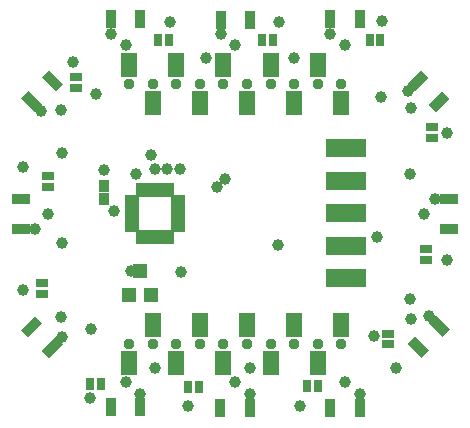
<source format=gbs>
G04 #@! TF.FileFunction,Soldermask,Bot*
%FSLAX46Y46*%
G04 Gerber Fmt 4.6, Leading zero omitted, Abs format (unit mm)*
G04 Created by KiCad (PCBNEW 4.0.7-e2-6376~58~ubuntu16.04.1) date Thu Aug  2 19:25:17 2018*
%MOMM*%
%LPD*%
G01*
G04 APERTURE LIST*
%ADD10C,0.100000*%
%ADD11R,1.400000X2.000000*%
%ADD12C,0.950000*%
%ADD13R,0.900000X1.650000*%
%ADD14R,1.250000X0.700000*%
%ADD15R,0.700000X1.250000*%
%ADD16R,1.650000X0.900000*%
%ADD17R,1.200000X1.300000*%
%ADD18R,0.900000X1.000000*%
%ADD19R,0.800000X1.000000*%
%ADD20R,1.000000X0.800000*%
%ADD21R,3.400000X1.650000*%
%ADD22C,1.000000*%
G04 APERTURE END LIST*
D10*
D11*
X148000000Y-87600000D03*
X146000000Y-84400000D03*
X144000000Y-87600000D03*
X142000000Y-84400000D03*
X140000000Y-87600000D03*
X138000000Y-84400000D03*
X136000000Y-87600000D03*
X134000000Y-84400000D03*
X132000000Y-87600000D03*
X130000000Y-84400000D03*
D12*
X148000000Y-86000000D03*
X146000000Y-86000000D03*
X144000000Y-86000000D03*
X142000000Y-86000000D03*
X140000000Y-86000000D03*
X138000000Y-86000000D03*
X136000000Y-86000000D03*
X134000000Y-86000000D03*
X132000000Y-86000000D03*
X130000000Y-86000000D03*
D13*
X130980000Y-80540000D03*
X128480000Y-80540000D03*
X140260000Y-80570000D03*
X137760000Y-80570000D03*
X149530000Y-80550000D03*
X147030000Y-80550000D03*
X147040000Y-113450000D03*
X149540000Y-113450000D03*
X128470000Y-113390000D03*
X130970000Y-113390000D03*
D14*
X134160000Y-95730000D03*
X134160000Y-96230000D03*
X134160000Y-96730000D03*
X134160000Y-97230000D03*
X134160000Y-97730000D03*
X134160000Y-98230000D03*
D15*
X133460000Y-98930000D03*
X132960000Y-98930000D03*
X132460000Y-98930000D03*
X131960000Y-98930000D03*
X131460000Y-98930000D03*
X130960000Y-98930000D03*
D14*
X130260000Y-98230000D03*
X130260000Y-97730000D03*
X130260000Y-97230000D03*
X130260000Y-96730000D03*
X130260000Y-96230000D03*
X130260000Y-95730000D03*
D15*
X130960000Y-95030000D03*
X131460000Y-95030000D03*
X131960000Y-95030000D03*
X132460000Y-95030000D03*
X132960000Y-95030000D03*
X133460000Y-95030000D03*
D10*
G36*
X157155444Y-87248718D02*
X155988718Y-88415444D01*
X155352322Y-87779048D01*
X156519048Y-86612322D01*
X157155444Y-87248718D01*
X157155444Y-87248718D01*
G37*
G36*
X155387678Y-85480952D02*
X154220952Y-86647678D01*
X153584556Y-86011282D01*
X154751282Y-84844556D01*
X155387678Y-85480952D01*
X155387678Y-85480952D01*
G37*
D16*
X157120000Y-98250000D03*
X157120000Y-95750000D03*
X120860000Y-95760000D03*
X120860000Y-98260000D03*
D13*
X137750000Y-113450000D03*
X140250000Y-113450000D03*
D10*
G36*
X120844556Y-106811282D02*
X122011282Y-105644556D01*
X122647678Y-106280952D01*
X121480952Y-107447678D01*
X120844556Y-106811282D01*
X120844556Y-106811282D01*
G37*
G36*
X122612322Y-108579048D02*
X123779048Y-107412322D01*
X124415444Y-108048718D01*
X123248718Y-109215444D01*
X122612322Y-108579048D01*
X122612322Y-108579048D01*
G37*
G36*
X154771282Y-109185444D02*
X153604556Y-108018718D01*
X154240952Y-107382322D01*
X155407678Y-108549048D01*
X154771282Y-109185444D01*
X154771282Y-109185444D01*
G37*
G36*
X156539048Y-107417678D02*
X155372322Y-106250952D01*
X156008718Y-105614556D01*
X157175444Y-106781282D01*
X156539048Y-107417678D01*
X156539048Y-107417678D01*
G37*
G36*
X123268718Y-84834556D02*
X124435444Y-86001282D01*
X123799048Y-86637678D01*
X122632322Y-85470952D01*
X123268718Y-84834556D01*
X123268718Y-84834556D01*
G37*
G36*
X121500952Y-86602322D02*
X122667678Y-87769048D01*
X122031282Y-88405444D01*
X120864556Y-87238718D01*
X121500952Y-86602322D01*
X121500952Y-86602322D01*
G37*
D17*
X131890000Y-103860000D03*
X129990000Y-103860000D03*
X130940000Y-101860000D03*
D18*
X127880000Y-94620000D03*
X127880000Y-95720000D03*
D19*
X133370000Y-82290000D03*
X132470000Y-82290000D03*
X142175000Y-82275000D03*
X141275000Y-82275000D03*
X151275000Y-82325000D03*
X150375000Y-82325000D03*
D20*
X155625000Y-90550000D03*
X155625000Y-89650000D03*
X155125000Y-100875000D03*
X155125000Y-99975000D03*
X151975000Y-108050000D03*
X151975000Y-107150000D03*
D19*
X145075000Y-111575000D03*
X145975000Y-111575000D03*
X135000000Y-111675000D03*
X135900000Y-111675000D03*
X126725000Y-111425000D03*
X127625000Y-111425000D03*
D20*
X122625000Y-102900000D03*
X122625000Y-103800000D03*
X123150000Y-93800000D03*
X123150000Y-94700000D03*
X125550000Y-85450000D03*
X125550000Y-86350000D03*
D11*
X148000000Y-106400000D03*
X146000000Y-109600000D03*
X144000000Y-106400000D03*
X142000000Y-109600000D03*
X140000000Y-106400000D03*
X138000000Y-109600000D03*
X136000000Y-106400000D03*
X134000000Y-109600000D03*
X132000000Y-106400000D03*
X130000000Y-109600000D03*
D12*
X148000000Y-108000000D03*
X146000000Y-108000000D03*
X144000000Y-108000000D03*
X142000000Y-108000000D03*
X140000000Y-108000000D03*
X138000000Y-108000000D03*
X136000000Y-108000000D03*
X134000000Y-108000000D03*
X132000000Y-108000000D03*
X130000000Y-108000000D03*
D21*
X148400000Y-102475000D03*
X148400000Y-99725000D03*
X148400000Y-96975000D03*
X148400000Y-94225000D03*
X148400000Y-91475000D03*
D22*
X142625000Y-99625000D03*
X130150000Y-101880000D03*
X134400000Y-101890000D03*
X126725000Y-112575000D03*
X151420000Y-80640000D03*
X133500000Y-80750000D03*
X142720000Y-80750000D03*
X156970000Y-90180000D03*
X156970000Y-100910000D03*
X152580000Y-110030000D03*
X144450000Y-113310000D03*
X134970000Y-113310000D03*
X121050000Y-103480000D03*
X125240000Y-84160000D03*
X121050000Y-93080000D03*
X133225000Y-93200000D03*
X153825000Y-93675000D03*
X127890000Y-93330000D03*
X132220000Y-93240000D03*
X126810000Y-106760000D03*
X153830000Y-104230000D03*
X132230000Y-110020000D03*
X140260000Y-110030000D03*
X150770000Y-107350000D03*
X136510000Y-83840000D03*
X127220000Y-86850000D03*
X124360000Y-91870000D03*
X124370000Y-99490000D03*
X151370000Y-87080000D03*
X144000000Y-83840000D03*
X151020000Y-98940000D03*
X134330000Y-93240000D03*
X131890000Y-92010000D03*
X137470000Y-94700000D03*
X124270000Y-105760000D03*
X139010000Y-111220000D03*
X124220000Y-88190000D03*
X123170000Y-97000000D03*
X148290000Y-111210000D03*
X153890000Y-105900000D03*
X154970000Y-97000000D03*
X153920000Y-88070000D03*
X139010000Y-82680000D03*
X129730000Y-82680000D03*
X148290000Y-82680000D03*
X129740000Y-111220000D03*
X138150000Y-94060000D03*
X130570000Y-93630000D03*
X122600000Y-88340000D03*
X122030000Y-98250000D03*
X124370000Y-107440000D03*
X130980000Y-112290000D03*
X140260000Y-112290000D03*
X149540000Y-112290000D03*
X155410000Y-105650000D03*
X155900000Y-95750000D03*
X153660000Y-86570000D03*
X137760000Y-81810000D03*
X147030000Y-81810000D03*
X128480000Y-81810000D03*
X128750000Y-96775000D03*
M02*

</source>
